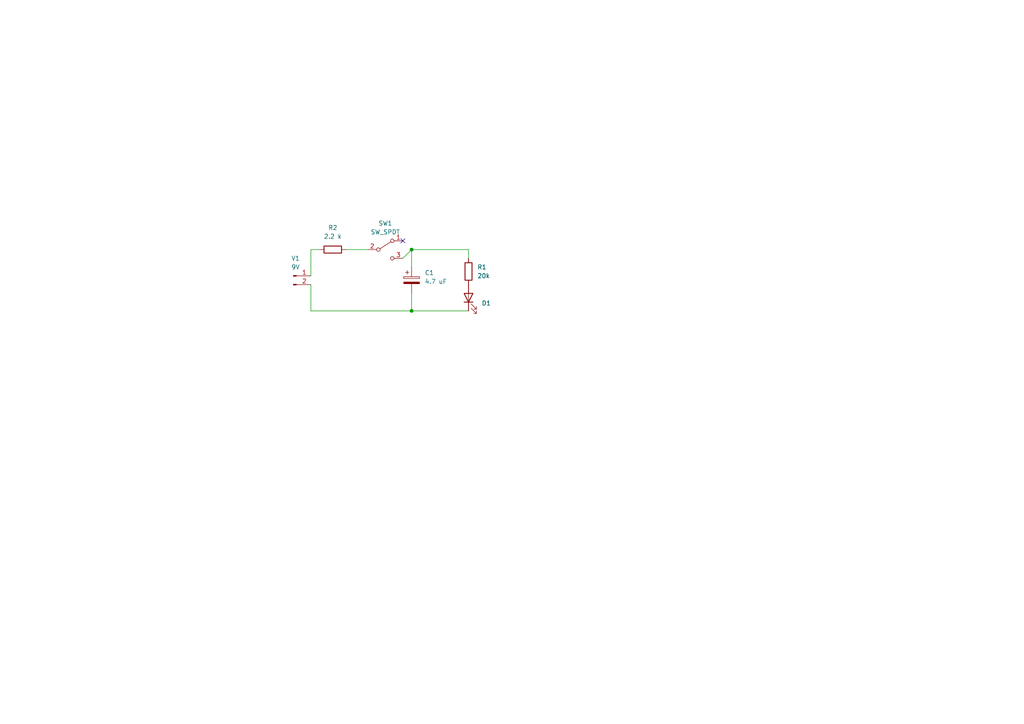
<source format=kicad_sch>
(kicad_sch (version 20211123) (generator eeschema)
  (paper "A4")
  (lib_symbols
    (symbol "Connector:Conn_01x02_Male" (pin_names (offset 1.016) hide)
      (property "Reference" "J" (at 0 2.54 0))
      (property "Value" "Conn_01x02_Male" (at 0 -5.08 0))
      (symbol "Conn_01x02_Male_1_1"
        (polyline (pts (xy 1.27 -2.54) (xy 0.8636 -2.54)) (stroke (width 0.1524)))
        (polyline (pts (xy 1.27 0) (xy 0.8636 0)) (stroke (width 0.1524)))
        (rectangle (start 0.8636 -2.413) (end 0 -2.667) (stroke (width 0.1524)) (fill (type outline)))
        (rectangle (start 0.8636 0.127) (end 0 -0.127) (stroke (width 0.1524)) (fill (type outline)))
        (pin passive line (at 5.08 0 180) (length 3.81) (name "Pin_1") (number "1"))
        (pin passive line (at 5.08 -2.54 180) (length 3.81) (name "Pin_2") (number "2"))
      )
    )
    (symbol "Device:C_Polarized" (pin_numbers hide) (pin_names (offset 0.254))
      (property "Reference" "C" (at 0.635 2.54 0))
      (property "Value" "C_Polarized" (at 0.635 -2.54 0))
      (symbol "C_Polarized_0_1"
        (rectangle (start -2.286 0.508) (end 2.286 1.016))
        (polyline (pts (xy -1.778 2.286) (xy -0.762 2.286)))
        (polyline (pts (xy -1.27 2.794) (xy -1.27 1.778)))
        (rectangle (start 2.286 -0.508) (end -2.286 -1.016) (fill (type outline)))
      )
      (symbol "C_Polarized_1_1"
        (pin passive line (at 0 3.81 270) (length 2.794) (name "~") (number "1"))
        (pin passive line (at 0 -3.81 90) (length 2.794) (name "~") (number "2"))
      )
    )
    (symbol "Device:LED" (pin_numbers hide) (pin_names (offset 1.016) hide)
      (property "Reference" "D" (at 0 2.54 0))
      (property "Value" "LED" (at 0 -2.54 0))
      (symbol "LED_0_1"
        (polyline (pts (xy -1.27 -1.27) (xy -1.27 1.27)) (stroke (width 0.254)))
        (polyline (pts (xy -1.27 0) (xy 1.27 0)))
        (polyline (pts (xy 1.27 -1.27) (xy 1.27 1.27) (xy -1.27 0) (xy 1.27 -1.27)) (stroke (width 0.254)))
        (polyline (pts (xy -3.048 -0.762) (xy -4.572 -2.286) (xy -3.81 -2.286) (xy -4.572 -2.286) (xy -4.572 -1.524)))
        (polyline (pts (xy -1.778 -0.762) (xy -3.302 -2.286) (xy -2.54 -2.286) (xy -3.302 -2.286) (xy -3.302 -1.524)))
      )
      (symbol "LED_1_1"
        (pin passive line (at -3.81 0 0) (length 2.54) (name "K") (number "1"))
        (pin passive line (at 3.81 0 180) (length 2.54) (name "A") (number "2"))
      )
    )
    (symbol "Device:R" (pin_numbers hide) (pin_names (offset 0))
      (property "Reference" "R" (at 2.032 0 90))
      (property "Value" "R" (at 0 0 90))
      (symbol "R_0_1"
        (rectangle (start -1.016 -2.54) (end 1.016 2.54) (stroke (width 0.254)))
      )
      (symbol "R_1_1"
        (pin passive line (at 0 3.81 270) (length 1.27) (name "~") (number "1"))
        (pin passive line (at 0 -3.81 90) (length 1.27) (name "~") (number "2"))
      )
    )
    (symbol "Switch:SW_SPDT" (pin_names (offset 0) hide)
      (property "Reference" "SW" (at 0 4.318 0))
      (property "Value" "SW_SPDT" (at 0 -5.08 0))
      (symbol "SW_SPDT_0_0"
        (circle (center -2.032 0) (radius 0.508))
        (circle (center 2.032 -2.54) (radius 0.508))
      )
      (symbol "SW_SPDT_0_1"
        (polyline (pts (xy -1.524 0.254) (xy 1.651 2.286)))
        (circle (center 2.032 2.54) (radius 0.508))
      )
      (symbol "SW_SPDT_1_1"
        (pin passive line (at 5.08 2.54 180) (length 2.54) (name "A") (number "1"))
        (pin passive line (at -5.08 0 0) (length 2.54) (name "B") (number "2"))
        (pin passive line (at 5.08 -2.54 180) (length 2.54) (name "C") (number "3"))
      )
    )
  )
  (junction (at 119.38 72.39))
  (junction (at 119.38 90.17))
  (no_connect (at 116.84 69.85))
  (wire (pts (xy 90.17 72.39) (xy 90.17 80.01)))
  (wire (pts (xy 135.89 90.17) (xy 119.38 90.17)))
  (wire (pts (xy 90.17 90.17) (xy 119.38 90.17)))
  (wire (pts (xy 90.17 82.55) (xy 90.17 90.17)))
  (wire (pts (xy 119.38 72.39) (xy 135.89 72.39)))
  (wire (pts (xy 90.17 72.39) (xy 92.71 72.39)))
  (wire (pts (xy 116.84 74.93) (xy 119.38 72.39)))
  (wire (pts (xy 119.38 72.39) (xy 119.38 77.47)))
  (wire (pts (xy 135.89 72.39) (xy 135.89 74.93)))
  (wire (pts (xy 119.38 90.17) (xy 119.38 85.09)))
  (wire (pts (xy 100.33 72.39) (xy 106.68 72.39)))
  (symbol (lib_id "Device:C_Polarized") (at 119.38 81.28 0) (unit 1)
    (property "Reference" "C1" (at 123.19 79.1209 0) (effects (justify left)))
    (property "Value" "4.7 uF" (at 123.19 81.6609 0) (effects (justify left)))
    (property "Footprint" "Capacitor_THT:C_Radial_D5.0mm_H5.0mm_P2.00mm" (effects hide))
  )
  (symbol (lib_id "Device:LED") (at 135.89 86.36 90) (unit 1)
    (property "Reference" "D1" (at 139.7 87.9474 90) (effects (justify right)))
    (property "Value" "LED" (effects hide))
    (property "Footprint" "LED_THT:LED_D5.0mm" (effects hide))
  )
  (symbol (lib_id "Device:R") (at 135.89 78.74 180) (unit 1)
    (property "Reference" "R1" (at 138.43 77.4699 0) (effects (justify right)))
    (property "Value" "20k" (at 138.43 80.0099 0) (effects (justify right)))
    (property "Footprint" "Resistor_THT:R_Axial_DIN0516_L15.5mm_D5.0mm_P20.32mm_Horizontal" (effects hide))
  )
  (symbol (lib_id "Device:R") (at 96.52 72.39 90) (unit 1)
    (property "Reference" "R2" (at 96.52 66.04 90))
    (property "Value" "2.2 k" (at 96.52 68.58 90))
    (property "Footprint" "Resistor_THT:R_Axial_DIN0516_L15.5mm_D5.0mm_P20.32mm_Horizontal" (effects hide))
  )
  (symbol (lib_id "Connector:Conn_01x02_Male") (at 85.09 80.01 0) (unit 1)
    (property "Reference" "V1" (at 85.725 74.93 0))
    (property "Value" "9V" (at 85.725 77.47 0))
    (property "Footprint" "Connector_JST:JST_PH_B2B-PH-K_1x02_P2.00mm_Vertical" (effects hide))
  )
  (symbol (lib_id "Switch:SW_SPDT") (at 111.76 72.39 0) (unit 1)
    (property "Reference" "SW1" (at 111.76 64.77 0))
    (property "Value" "SW_SPDT" (at 111.76 67.31 0))
    (property "Footprint" "Button_Switch_THT:SW_E-Switch_EG1224_SPDT_Angled" (effects hide))
  )
)
</source>
